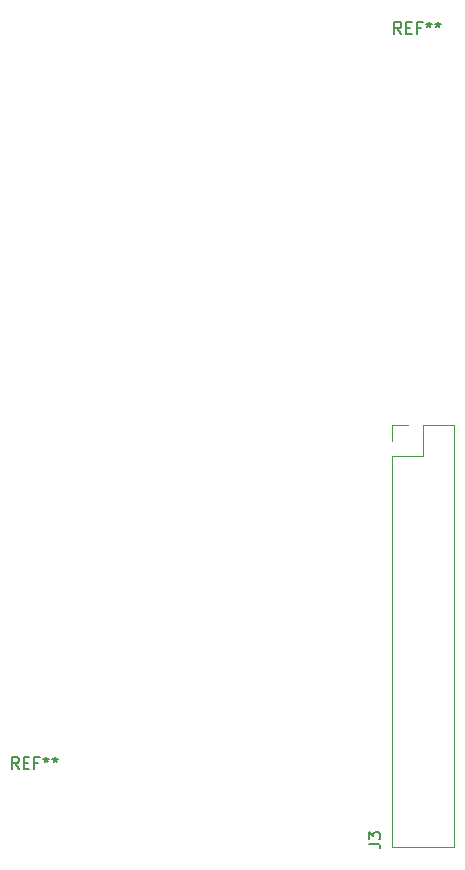
<source format=gbr>
%TF.GenerationSoftware,KiCad,Pcbnew,(5.1.10)-1*%
%TF.CreationDate,2022-02-04T18:42:06-05:00*%
%TF.ProjectId,OutputBoard,4f757470-7574-4426-9f61-72642e6b6963,rev?*%
%TF.SameCoordinates,Original*%
%TF.FileFunction,Legend,Top*%
%TF.FilePolarity,Positive*%
%FSLAX46Y46*%
G04 Gerber Fmt 4.6, Leading zero omitted, Abs format (unit mm)*
G04 Created by KiCad (PCBNEW (5.1.10)-1) date 2022-02-04 18:42:06*
%MOMM*%
%LPD*%
G01*
G04 APERTURE LIST*
%ADD10C,0.120000*%
%ADD11C,0.150000*%
G04 APERTURE END LIST*
D10*
%TO.C,J3*%
X79188000Y-61154000D02*
X80518000Y-61154000D01*
X79188000Y-62484000D02*
X79188000Y-61154000D01*
X81788000Y-61154000D02*
X84388000Y-61154000D01*
X81788000Y-63754000D02*
X81788000Y-61154000D01*
X79188000Y-63754000D02*
X81788000Y-63754000D01*
X84388000Y-61154000D02*
X84388000Y-96834000D01*
X79188000Y-63754000D02*
X79188000Y-96834000D01*
X79188000Y-96834000D02*
X84388000Y-96834000D01*
%TO.C,REF\u002A\u002A*%
D11*
X47561666Y-90232380D02*
X47228333Y-89756190D01*
X46990238Y-90232380D02*
X46990238Y-89232380D01*
X47371190Y-89232380D01*
X47466428Y-89280000D01*
X47514047Y-89327619D01*
X47561666Y-89422857D01*
X47561666Y-89565714D01*
X47514047Y-89660952D01*
X47466428Y-89708571D01*
X47371190Y-89756190D01*
X46990238Y-89756190D01*
X47990238Y-89708571D02*
X48323571Y-89708571D01*
X48466428Y-90232380D02*
X47990238Y-90232380D01*
X47990238Y-89232380D01*
X48466428Y-89232380D01*
X49228333Y-89708571D02*
X48895000Y-89708571D01*
X48895000Y-90232380D02*
X48895000Y-89232380D01*
X49371190Y-89232380D01*
X49895000Y-89232380D02*
X49895000Y-89470476D01*
X49656904Y-89375238D02*
X49895000Y-89470476D01*
X50133095Y-89375238D01*
X49752142Y-89660952D02*
X49895000Y-89470476D01*
X50037857Y-89660952D01*
X50656904Y-89232380D02*
X50656904Y-89470476D01*
X50418809Y-89375238D02*
X50656904Y-89470476D01*
X50895000Y-89375238D01*
X50514047Y-89660952D02*
X50656904Y-89470476D01*
X50799761Y-89660952D01*
X79946666Y-28002380D02*
X79613333Y-27526190D01*
X79375238Y-28002380D02*
X79375238Y-27002380D01*
X79756190Y-27002380D01*
X79851428Y-27050000D01*
X79899047Y-27097619D01*
X79946666Y-27192857D01*
X79946666Y-27335714D01*
X79899047Y-27430952D01*
X79851428Y-27478571D01*
X79756190Y-27526190D01*
X79375238Y-27526190D01*
X80375238Y-27478571D02*
X80708571Y-27478571D01*
X80851428Y-28002380D02*
X80375238Y-28002380D01*
X80375238Y-27002380D01*
X80851428Y-27002380D01*
X81613333Y-27478571D02*
X81280000Y-27478571D01*
X81280000Y-28002380D02*
X81280000Y-27002380D01*
X81756190Y-27002380D01*
X82280000Y-27002380D02*
X82280000Y-27240476D01*
X82041904Y-27145238D02*
X82280000Y-27240476D01*
X82518095Y-27145238D01*
X82137142Y-27430952D02*
X82280000Y-27240476D01*
X82422857Y-27430952D01*
X83041904Y-27002380D02*
X83041904Y-27240476D01*
X82803809Y-27145238D02*
X83041904Y-27240476D01*
X83280000Y-27145238D01*
X82899047Y-27430952D02*
X83041904Y-27240476D01*
X83184761Y-27430952D01*
%TO.C,J3*%
X77176380Y-96599333D02*
X77890666Y-96599333D01*
X78033523Y-96646952D01*
X78128761Y-96742190D01*
X78176380Y-96885047D01*
X78176380Y-96980285D01*
X77176380Y-96218380D02*
X77176380Y-95599333D01*
X77557333Y-95932666D01*
X77557333Y-95789809D01*
X77604952Y-95694571D01*
X77652571Y-95646952D01*
X77747809Y-95599333D01*
X77985904Y-95599333D01*
X78081142Y-95646952D01*
X78128761Y-95694571D01*
X78176380Y-95789809D01*
X78176380Y-96075523D01*
X78128761Y-96170761D01*
X78081142Y-96218380D01*
%TD*%
M02*

</source>
